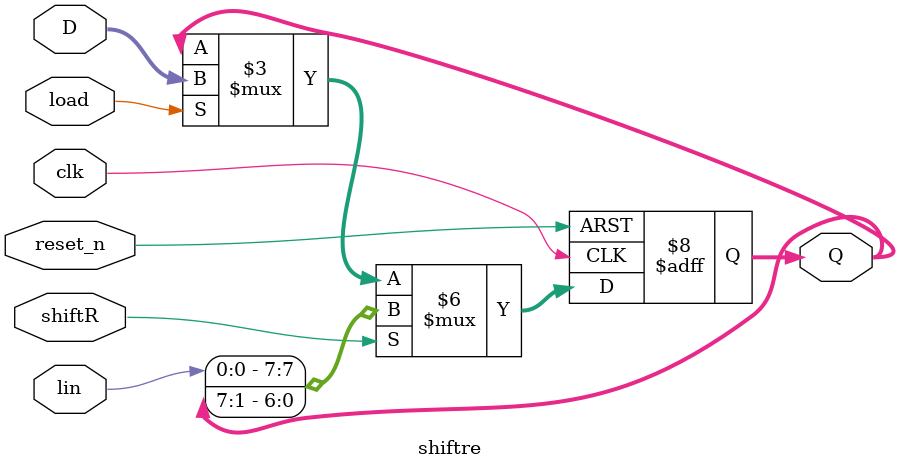
<source format=v>
module sAdd( ain, bin, reset_n, clk, start, sum, done);
	parameter N =8;
	input [N-1:0] ain, bin;
	input reset_n, clk, start;
	output reg done;
	output reg [N-1:0]sum;
	
	reg [2:0] counter;
	reg [1:0] state;
	reg [N-1:0] ain_reg, bin_reg, sum_in;
	wire [N-1:0] A_reg, B_reg, sum_reg;
	localparam S0 = 2'b00, S1 = 2'b01, S2 = 2'b10, S3 = 2'b11;

	// instantiate all the components 
	reg fin_a, fin_b, reset;
	//wire lin_s;
	reg load_a, load_b, load_s, shiftR, lin;
	wire dff_in;
	wire dff_out, f_cout;
	wire f_out;
	assign dff_in = f_cout;
	//reg lin_s;
	//assign dff_out = cin;

	fulladder FA(fin_a, fin_b, dff_out, f_out, f_cout);

	shiftre regA(ain_reg, load_a, shiftR, lin, clk, reset, A_reg);
	shiftre regB(bin_reg, load_b, shiftR, lin, clk, reset, B_reg);
	shiftre regsum(sum_in, load_s, shiftR, f_out, clk, reset, sum_reg );
	
	dff flipflop(dff_in, reset, clk, dff_out);

	always @(posedge clk, negedge reset)
	begin
	state <= S0;
	case(state)	
	S0 : begin
	if(!(reset_n) && start) begin
		load_a = 0;
		load_b = 0;
		load_s = 0;
		reset = 0;
		done = 0;
		lin = 0;
		shiftR =0;
		state <= S1;
		end
	end
	S1 : begin
		//dff_in = f_cout;
		reset = 1;
		ain_reg <= ain;
		bin_reg <= bin;

		load_a = 1;
		load_b = 1;
		lin = 0;
		counter = 3'b111;
		state <= S2;
		end
	S2 : begin
		if(counter !=0) begin
		shiftR = 1;
		counter = counter -1;
		ain_reg = A_reg;
		bin_reg = B_reg;
		fin_a = ain_reg[0];
		fin_b = bin_reg[0];
		sum_in = sum_reg;
		state <= S2;
		end
		else  begin
		state <= S3;
		end
	end
	S3 : begin
		done = 1'b1;
		reset = 1'b0;
		sum = sum_reg;
	     end
	endcase
	end
endmodule


module fulladder (input a, input b, input cin , output sum, output cout);
	assign sum = a ^ b ^ cin;
	assign cout = (a & b) || (b & cin) || (cin & a);
endmodule

module dff (input d, input reset, input clk, output reg q);
	
	always @(posedge clk)	
	begin
	if(!reset)
 		q<=0;
	else 
		q<=d;
	end
endmodule

module shiftre #(parameter N=8)(input [N-1:0] D, input load, shiftR , lin , clk, reset_n, output reg [N-1:0] Q);
	always @(posedge clk or negedge reset_n) begin
	if (!reset_n ) Q <= {N{1'b0}};
	else if (shiftR)
		Q <= {lin , Q[N-1:1]};
	else if (load)
		Q <= D;
	end
endmodule
</source>
